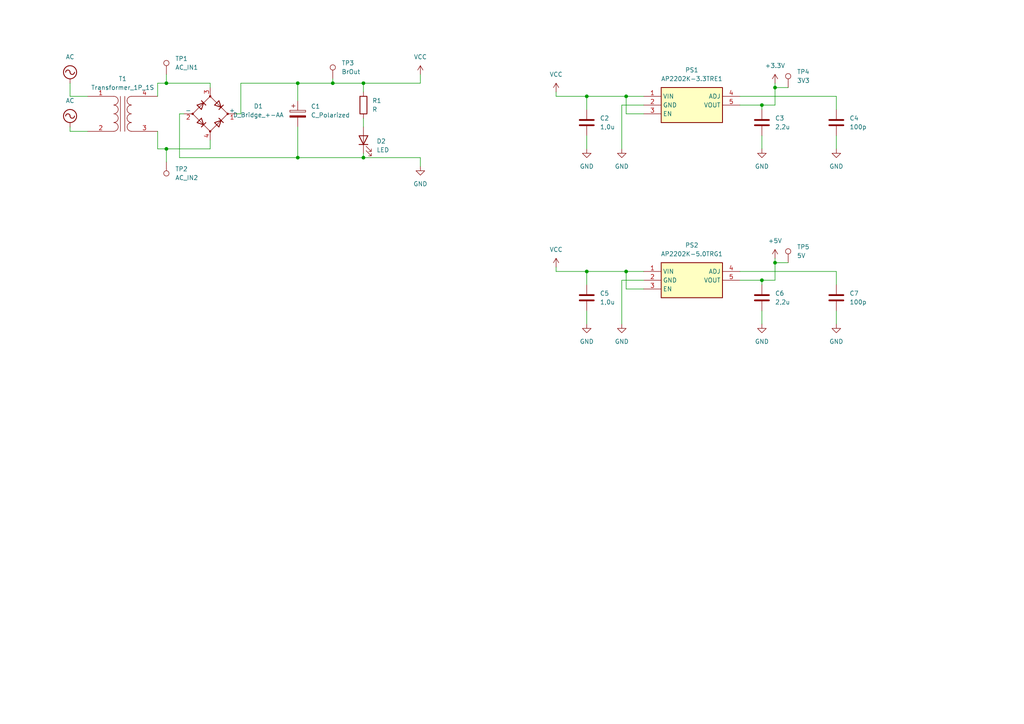
<source format=kicad_sch>
(kicad_sch (version 20230121) (generator eeschema)
  (paper "A4")
  (lib_symbols
    (symbol "Connector:TestPoint" (pin_numbers hide) (pin_names (offset 0.762) hide)
      (property "Reference" "TP" (at 0 6.858 0))
      (property "Value" "TestPoint" (at 0 5.08 0))
      (symbol "TestPoint_0_1"
        (circle (center 0 3.302) (radius 0.762))
      )
      (symbol "TestPoint_1_1"
        (pin passive line (at 0 0 90) (length 2.54) (name "1") (number "1"))
      )
    )
    (symbol "Device:C" (pin_numbers hide) (pin_names (offset 0.254))
      (property "Reference" "C" (at 0.635 2.54 0))
      (property "Value" "C" (at 0.635 -2.54 0))
      (symbol "C_0_1"
        (polyline (pts (xy -2.032 -0.762) (xy 2.032 -0.762)) (stroke (width 0.508)))
        (polyline (pts (xy -2.032 0.762) (xy 2.032 0.762)) (stroke (width 0.508)))
      )
      (symbol "C_1_1"
        (pin passive line (at 0 3.81 270) (length 2.794) (name "~") (number "1"))
        (pin passive line (at 0 -3.81 90) (length 2.794) (name "~") (number "2"))
      )
    )
    (symbol "Device:C_Polarized" (pin_numbers hide) (pin_names (offset 0.254))
      (property "Reference" "C" (at 0.635 2.54 0))
      (property "Value" "C_Polarized" (at 0.635 -2.54 0))
      (symbol "C_Polarized_0_1"
        (rectangle (start -2.286 0.508) (end 2.286 1.016))
        (polyline (pts (xy -1.778 2.286) (xy -0.762 2.286)))
        (polyline (pts (xy -1.27 2.794) (xy -1.27 1.778)))
        (rectangle (start 2.286 -0.508) (end -2.286 -1.016) (fill (type outline)))
      )
      (symbol "C_Polarized_1_1"
        (pin passive line (at 0 3.81 270) (length 2.794) (name "~") (number "1"))
        (pin passive line (at 0 -3.81 90) (length 2.794) (name "~") (number "2"))
      )
    )
    (symbol "Device:D_Bridge_+-AA" (pin_names (offset 0))
      (property "Reference" "D" (at 2.54 6.985 0))
      (property "Value" "D_Bridge_+-AA" (at 2.54 5.08 0))
      (symbol "D_Bridge_+-AA_0_1"
        (circle (center -5.08 0) (radius 0.254) (fill (type outline)))
        (circle (center 0 -5.08) (radius 0.254) (fill (type outline)))
        (polyline (pts (xy -2.54 3.81) (xy -1.27 2.54)) (stroke (width 0.254)))
        (polyline (pts (xy -1.27 -2.54) (xy -2.54 -3.81)) (stroke (width 0.254)))
        (polyline (pts (xy 2.54 -1.27) (xy 3.81 -2.54)) (stroke (width 0.254)))
        (polyline (pts (xy 2.54 1.27) (xy 3.81 2.54)) (stroke (width 0.254)))
        (polyline (pts (xy -3.81 2.54) (xy -2.54 1.27) (xy -1.905 3.175) (xy -3.81 2.54)) (stroke (width 0.254)))
        (polyline (pts (xy -2.54 -1.27) (xy -3.81 -2.54) (xy -1.905 -3.175) (xy -2.54 -1.27)) (stroke (width 0.254)))
        (polyline (pts (xy 1.27 2.54) (xy 2.54 3.81) (xy 3.175 1.905) (xy 1.27 2.54)) (stroke (width 0.254)))
        (polyline (pts (xy 3.175 -1.905) (xy 1.27 -2.54) (xy 2.54 -3.81) (xy 3.175 -1.905)) (stroke (width 0.254)))
        (polyline (pts (xy -5.08 0) (xy 0 -5.08) (xy 5.08 0) (xy 0 5.08) (xy -5.08 0)))
        (circle (center 0 5.08) (radius 0.254) (fill (type outline)))
        (circle (center 5.08 0) (radius 0.254) (fill (type outline)))
      )
      (symbol "D_Bridge_+-AA_1_1"
        (pin passive line (at 7.62 0 180) (length 2.54) (name "+") (number "1"))
        (pin passive line (at -7.62 0 0) (length 2.54) (name "-") (number "2"))
        (pin passive line (at 0 7.62 270) (length 2.54) (name "~") (number "3"))
        (pin passive line (at 0 -7.62 90) (length 2.54) (name "~") (number "4"))
      )
    )
    (symbol "Device:LED" (pin_numbers hide) (pin_names (offset 1.016) hide)
      (property "Reference" "D" (at 0 2.54 0))
      (property "Value" "LED" (at 0 -2.54 0))
      (symbol "LED_0_1"
        (polyline (pts (xy -1.27 -1.27) (xy -1.27 1.27)) (stroke (width 0.254)))
        (polyline (pts (xy -1.27 0) (xy 1.27 0)))
        (polyline (pts (xy 1.27 -1.27) (xy 1.27 1.27) (xy -1.27 0) (xy 1.27 -1.27)) (stroke (width 0.254)))
        (polyline (pts (xy -3.048 -0.762) (xy -4.572 -2.286) (xy -3.81 -2.286) (xy -4.572 -2.286) (xy -4.572 -1.524)))
        (polyline (pts (xy -1.778 -0.762) (xy -3.302 -2.286) (xy -2.54 -2.286) (xy -3.302 -2.286) (xy -3.302 -1.524)))
      )
      (symbol "LED_1_1"
        (pin passive line (at -3.81 0 0) (length 2.54) (name "K") (number "1"))
        (pin passive line (at 3.81 0 180) (length 2.54) (name "A") (number "2"))
      )
    )
    (symbol "Device:R" (pin_numbers hide) (pin_names (offset 0))
      (property "Reference" "R" (at 2.032 0 90))
      (property "Value" "R" (at 0 0 90))
      (symbol "R_0_1"
        (rectangle (start -1.016 -2.54) (end 1.016 2.54) (stroke (width 0.254)))
      )
      (symbol "R_1_1"
        (pin passive line (at 0 3.81 270) (length 1.27) (name "~") (number "1"))
        (pin passive line (at 0 -3.81 90) (length 1.27) (name "~") (number "2"))
      )
    )
    (symbol "Device:Transformer_1P_1S" (pin_names (offset 1.016) hide)
      (property "Reference" "T" (at 0 6.35 0))
      (property "Value" "Transformer_1P_1S" (at 0 -7.62 0))
      (symbol "Transformer_1P_1S_0_1"
        (arc (start -2.54 -5.0546) (mid -1.6599 -4.6901) (end -1.27 -3.81))
        (arc (start -2.54 -2.5146) (mid -1.6599 -2.1501) (end -1.27 -1.27))
        (arc (start -2.54 0.0254) (mid -1.6599 0.3899) (end -1.27 1.27))
        (arc (start -2.54 2.5654) (mid -1.6599 2.9299) (end -1.27 3.81))
        (arc (start -1.27 -3.81) (mid -1.642 -2.912) (end -2.54 -2.54))
        (arc (start -1.27 -1.27) (mid -1.642 -0.372) (end -2.54 0))
        (arc (start -1.27 1.27) (mid -1.642 2.168) (end -2.54 2.54))
        (arc (start -1.27 3.81) (mid -1.642 4.708) (end -2.54 5.08))
        (polyline (pts (xy -0.635 5.08) (xy -0.635 -5.08)))
        (polyline (pts (xy 0.635 -5.08) (xy 0.635 5.08)))
        (arc (start 1.2954 -1.27) (mid 1.6599 -2.1501) (end 2.54 -2.5146))
        (arc (start 1.2954 1.27) (mid 1.6599 0.3899) (end 2.54 0.0254))
        (arc (start 1.2954 3.81) (mid 1.6599 2.9299) (end 2.54 2.5654))
        (arc (start 1.3208 -3.81) (mid 1.6853 -4.6901) (end 2.5654 -5.0546))
        (arc (start 2.54 0) (mid 1.642 -0.372) (end 1.2954 -1.27))
        (arc (start 2.54 2.54) (mid 1.642 2.168) (end 1.2954 1.27))
        (arc (start 2.54 5.08) (mid 1.642 4.708) (end 1.2954 3.81))
        (arc (start 2.5654 -2.54) (mid 1.6674 -2.912) (end 1.3208 -3.81))
      )
      (symbol "Transformer_1P_1S_1_1"
        (pin passive line (at -10.16 5.08 0) (length 7.62) (name "AA") (number "1"))
        (pin passive line (at -10.16 -5.08 0) (length 7.62) (name "AB") (number "2"))
        (pin passive line (at 10.16 -5.08 180) (length 7.62) (name "SA") (number "3"))
        (pin passive line (at 10.16 5.08 180) (length 7.62) (name "SB") (number "4"))
      )
    )
    (symbol "LibLoader:AP2202K-ADJTRG1"
      (property "Reference" "PS" (at 24.13 7.62 0))
      (property "Value" "AP2202K-ADJTRG1" (at 24.13 5.08 0))
      (symbol "AP2202K-ADJTRG1_1_1"
        (rectangle (start 5.08 2.54) (end 22.86 -7.62) (stroke (width 0.254)) (fill (type background)))
        (pin power_in line (at 0 0 0) (length 5.08) (name "VIN") (number "1"))
        (pin power_in line (at 0 -2.54 0) (length 5.08) (name "GND") (number "2"))
        (pin input line (at 0 -5.08 0) (length 5.08) (name "EN") (number "3"))
        (pin bidirectional line (at 27.94 0 180) (length 5.08) (name "ADJ") (number "4"))
        (pin power_in line (at 27.94 -2.54 180) (length 5.08) (name "VOUT") (number "5"))
      )
    )
    (symbol "power:+3.3V" (power) (pin_names (offset 0))
      (property "Value" "+3.3V" (at 0 3.556 0))
      (symbol "+3.3V_0_1"
        (polyline (pts (xy -0.762 1.27) (xy 0 2.54)))
        (polyline (pts (xy 0 0) (xy 0 2.54)))
        (polyline (pts (xy 0 2.54) (xy 0.762 1.27)))
      )
      (symbol "+3.3V_1_1"
        (pin power_in line (at 0 0 90) (length 0) hide (name "+3.3V") (number "1"))
      )
    )
    (symbol "power:+5V" (power) (pin_names (offset 0))
      (property "Value" "+5V" (at 0 3.556 0))
      (symbol "+5V_0_1"
        (polyline (pts (xy -0.762 1.27) (xy 0 2.54)))
        (polyline (pts (xy 0 0) (xy 0 2.54)))
        (polyline (pts (xy 0 2.54) (xy 0.762 1.27)))
      )
      (symbol "+5V_1_1"
        (pin power_in line (at 0 0 90) (length 0) hide (name "+5V") (number "1"))
      )
    )
    (symbol "power:AC" (power) (pin_names (offset 0))
      (property "Value" "AC" (at 0 6.35 0))
      (symbol "AC_0_1"
        (polyline (pts (xy 0 0) (xy 0 1.27)))
        (arc (start 0 3.175) (mid -0.635 3.8073) (end -1.27 3.175) (stroke (width 0.254)))
        (arc (start 0 3.175) (mid 0.635 2.5427) (end 1.27 3.175) (stroke (width 0.254)))
        (circle (center 0 3.175) (radius 1.905) (stroke (width 0.254)))
      )
      (symbol "AC_1_1"
        (pin power_in line (at 0 0 90) (length 0) hide (name "AC") (number "1"))
      )
    )
    (symbol "power:GND" (power) (pin_names (offset 0))
      (property "Value" "GND" (at 0 -3.81 0))
      (symbol "GND_0_1"
        (polyline (pts (xy 0 0) (xy 0 -1.27) (xy 1.27 -1.27) (xy 0 -2.54) (xy -1.27 -1.27) (xy 0 -1.27)))
      )
      (symbol "GND_1_1"
        (pin power_in line (at 0 0 270) (length 0) hide (name "GND") (number "1"))
      )
    )
    (symbol "power:VCC" (power) (pin_names (offset 0))
      (property "Value" "VCC" (at 0 3.81 0))
      (symbol "VCC_0_1"
        (polyline (pts (xy -0.762 1.27) (xy 0 2.54)))
        (polyline (pts (xy 0 0) (xy 0 2.54)))
        (polyline (pts (xy 0 2.54) (xy 0.762 1.27)))
      )
      (symbol "VCC_1_1"
        (pin power_in line (at 0 0 90) (length 0) hide (name "VCC") (number "1"))
      )
    )
  )
  (junction (at 86.36 24.13))
  (junction (at 220.98 81.28))
  (junction (at 48.26 43.18))
  (junction (at 170.18 78.74))
  (junction (at 105.41 45.72))
  (junction (at 181.61 27.94))
  (junction (at 170.18 27.94))
  (junction (at 48.26 24.13))
  (junction (at 224.79 76.2))
  (junction (at 181.61 78.74))
  (junction (at 220.98 30.48))
  (junction (at 105.41 24.13))
  (junction (at 224.79 25.4))
  (junction (at 96.52 24.13))
  (junction (at 86.36 45.72))
  (wire (pts (xy 186.69 83.82) (xy 181.61 83.82)))
  (wire (pts (xy 20.32 38.1) (xy 20.32 36.83)))
  (wire (pts (xy 20.32 24.13) (xy 20.32 27.94)))
  (wire (pts (xy 86.36 45.72) (xy 105.41 45.72)))
  (wire (pts (xy 48.26 43.18) (xy 60.96 43.18)))
  (wire (pts (xy 45.72 24.13) (xy 48.26 24.13)))
  (wire (pts (xy 105.41 45.72) (xy 121.92 45.72)))
  (wire (pts (xy 220.98 30.48) (xy 220.98 31.75)))
  (wire (pts (xy 69.85 24.13) (xy 86.36 24.13)))
  (wire (pts (xy 121.92 24.13) (xy 121.92 21.59)))
  (wire (pts (xy 186.69 30.48) (xy 180.34 30.48)))
  (wire (pts (xy 48.26 21.59) (xy 48.26 24.13)))
  (wire (pts (xy 161.29 78.74) (xy 170.18 78.74)))
  (wire (pts (xy 121.92 45.72) (xy 121.92 48.26)))
  (wire (pts (xy 242.57 78.74) (xy 242.57 82.55)))
  (wire (pts (xy 220.98 30.48) (xy 224.79 30.48)))
  (wire (pts (xy 161.29 27.94) (xy 170.18 27.94)))
  (wire (pts (xy 25.4 38.1) (xy 20.32 38.1)))
  (wire (pts (xy 181.61 83.82) (xy 181.61 78.74)))
  (wire (pts (xy 96.52 24.13) (xy 105.41 24.13)))
  (wire (pts (xy 45.72 27.94) (xy 45.72 24.13)))
  (wire (pts (xy 214.63 27.94) (xy 242.57 27.94)))
  (wire (pts (xy 68.58 33.02) (xy 69.85 33.02)))
  (wire (pts (xy 170.18 90.17) (xy 170.18 93.98)))
  (wire (pts (xy 224.79 81.28) (xy 224.79 76.2)))
  (wire (pts (xy 180.34 30.48) (xy 180.34 43.18)))
  (wire (pts (xy 60.96 24.13) (xy 60.96 25.4)))
  (wire (pts (xy 86.36 24.13) (xy 96.52 24.13)))
  (wire (pts (xy 105.41 44.45) (xy 105.41 45.72)))
  (wire (pts (xy 170.18 78.74) (xy 181.61 78.74)))
  (wire (pts (xy 52.07 45.72) (xy 86.36 45.72)))
  (wire (pts (xy 224.79 25.4) (xy 224.79 24.13)))
  (wire (pts (xy 220.98 90.17) (xy 220.98 93.98)))
  (wire (pts (xy 186.69 33.02) (xy 181.61 33.02)))
  (wire (pts (xy 48.26 43.18) (xy 48.26 46.99)))
  (wire (pts (xy 53.34 33.02) (xy 52.07 33.02)))
  (wire (pts (xy 224.79 76.2) (xy 224.79 74.93)))
  (wire (pts (xy 45.72 43.18) (xy 48.26 43.18)))
  (wire (pts (xy 170.18 78.74) (xy 170.18 82.55)))
  (wire (pts (xy 170.18 27.94) (xy 181.61 27.94)))
  (wire (pts (xy 105.41 24.13) (xy 105.41 26.67)))
  (wire (pts (xy 224.79 76.2) (xy 228.6 76.2)))
  (wire (pts (xy 214.63 30.48) (xy 220.98 30.48)))
  (wire (pts (xy 86.36 45.72) (xy 86.36 36.83)))
  (wire (pts (xy 86.36 24.13) (xy 86.36 29.21)))
  (wire (pts (xy 48.26 24.13) (xy 60.96 24.13)))
  (wire (pts (xy 214.63 81.28) (xy 220.98 81.28)))
  (wire (pts (xy 220.98 81.28) (xy 224.79 81.28)))
  (wire (pts (xy 242.57 90.17) (xy 242.57 93.98)))
  (wire (pts (xy 161.29 26.67) (xy 161.29 27.94)))
  (wire (pts (xy 181.61 78.74) (xy 186.69 78.74)))
  (wire (pts (xy 96.52 22.86) (xy 96.52 24.13)))
  (wire (pts (xy 52.07 33.02) (xy 52.07 45.72)))
  (wire (pts (xy 220.98 39.37) (xy 220.98 43.18)))
  (wire (pts (xy 181.61 27.94) (xy 186.69 27.94)))
  (wire (pts (xy 60.96 43.18) (xy 60.96 40.64)))
  (wire (pts (xy 105.41 34.29) (xy 105.41 36.83)))
  (wire (pts (xy 186.69 81.28) (xy 180.34 81.28)))
  (wire (pts (xy 69.85 33.02) (xy 69.85 24.13)))
  (wire (pts (xy 170.18 27.94) (xy 170.18 31.75)))
  (wire (pts (xy 224.79 30.48) (xy 224.79 25.4)))
  (wire (pts (xy 214.63 78.74) (xy 242.57 78.74)))
  (wire (pts (xy 242.57 27.94) (xy 242.57 31.75)))
  (wire (pts (xy 170.18 39.37) (xy 170.18 43.18)))
  (wire (pts (xy 220.98 81.28) (xy 220.98 82.55)))
  (wire (pts (xy 105.41 24.13) (xy 121.92 24.13)))
  (wire (pts (xy 181.61 33.02) (xy 181.61 27.94)))
  (wire (pts (xy 45.72 38.1) (xy 45.72 43.18)))
  (wire (pts (xy 20.32 27.94) (xy 25.4 27.94)))
  (wire (pts (xy 180.34 81.28) (xy 180.34 93.98)))
  (wire (pts (xy 161.29 77.47) (xy 161.29 78.74)))
  (wire (pts (xy 242.57 39.37) (xy 242.57 43.18)))
  (wire (pts (xy 224.79 25.4) (xy 228.6 25.4)))
  (symbol (lib_id "power:VCC") (at 161.29 26.67 0) (unit 1)
    (property "Reference" "#PWR05" (effects hide))
    (property "Value" "VCC" (at 161.29 21.59 0))
  )
  (symbol (lib_id "power:+3.3V") (at 224.79 24.13 0) (unit 1)
    (property "Reference" "#PWR010" (effects hide))
    (property "Value" "+3.3V" (at 224.79 19.05 0))
  )
  (symbol (lib_id "power:GND") (at 220.98 43.18 0) (unit 1)
    (property "Reference" "#PWR06" (effects hide))
    (property "Value" "GND" (at 220.98 48.26 0))
  )
  (symbol (lib_id "Device:C") (at 170.18 86.36 0) (unit 1)
    (property "Reference" "C5" (at 173.99 85.09 0) (effects (justify left)))
    (property "Value" "1,0u" (at 173.99 87.63 0) (effects (justify left)))
  )
  (symbol (lib_id "Connector:TestPoint") (at 96.52 22.86 0) (unit 1)
    (property "Reference" "TP3" (at 99.06 18.288 0) (effects (justify left)))
    (property "Value" "BrOut" (at 99.06 20.828 0) (effects (justify left)))
  )
  (symbol (lib_id "power:GND") (at 180.34 93.98 0) (unit 1)
    (property "Reference" "#PWR013" (effects hide))
    (property "Value" "GND" (at 180.34 99.06 0))
  )
  (symbol (lib_id "Device:C") (at 220.98 35.56 0) (unit 1)
    (property "Reference" "C3" (at 224.79 34.29 0) (effects (justify left)))
    (property "Value" "2,2u" (at 224.79 36.83 0) (effects (justify left)))
  )
  (symbol (lib_id "Device:C") (at 170.18 35.56 0) (unit 1)
    (property "Reference" "C2" (at 173.99 34.29 0) (effects (justify left)))
    (property "Value" "1,0u" (at 173.99 36.83 0) (effects (justify left)))
  )
  (symbol (lib_id "Device:C_Polarized") (at 86.36 33.02 0) (unit 1)
    (property "Reference" "C1" (at 90.17 30.861 0) (effects (justify left)))
    (property "Value" "C_Polarized" (at 90.17 33.401 0) (effects (justify left)))
  )
  (symbol (lib_id "power:VCC") (at 161.29 77.47 0) (unit 1)
    (property "Reference" "#PWR011" (effects hide))
    (property "Value" "VCC" (at 161.29 72.39 0))
  )
  (symbol (lib_id "Device:D_Bridge_+-AA") (at 60.96 33.02 0) (unit 1)
    (property "Reference" "D1" (at 74.93 30.8041 0))
    (property "Value" "D_Bridge_+-AA" (at 74.93 33.3441 0))
  )
  (symbol (lib_id "LibLoader:AP2202K-ADJTRG1") (at 186.69 27.94 0) (unit 1)
    (property "Reference" "PS1" (at 200.66 20.32 0))
    (property "Value" "AP2202K-3.3TRE1" (at 200.66 22.86 0))
    (property "Footprint" "SOT95P280X145-5N" (effects hide))
    (property "Datasheet" "https://datasheet.datasheetarchive.com/originals/distributors/Datasheets_SAMA/e861ef6f8b654668a5f87b1391b432c9.pdf" (effects hide))
    (property "Height" "1.45" (effects hide))
    (property "Manufacturer_Name" "Diodes Inc." (effects hide))
    (property "Manufacturer_Part_Number" "AP2202K-ADJTRG1" (effects hide))
    (property "Mouser Part Number" "621-AP2202K-ADJTRG1" (effects hide))
    (property "Mouser Price/Stock" "https://www.mouser.co.uk/ProductDetail/Diodes-Incorporated/AP2202K-ADJTRG1?qs=x6A8l6qLYDCHGTWtscGpkA%3D%3D" (effects hide))
    (property "Arrow Part Number" "AP2202K-ADJTRG1" (effects hide))
    (property "Arrow Price/Stock" "https://www.arrow.com/en/products/ap2202k-adjtrg1/diodes-incorporated?region=nac" (effects hide))
  )
  (symbol (lib_id "power:GND") (at 242.57 93.98 0) (unit 1)
    (property "Reference" "#PWR015" (effects hide))
    (property "Value" "GND" (at 242.57 99.06 0))
  )
  (symbol (lib_id "power:GND") (at 242.57 43.18 0) (unit 1)
    (property "Reference" "#PWR07" (effects hide))
    (property "Value" "GND" (at 242.57 48.26 0))
  )
  (symbol (lib_id "power:GND") (at 170.18 43.18 0) (unit 1)
    (property "Reference" "#PWR08" (effects hide))
    (property "Value" "GND" (at 170.18 48.26 0))
  )
  (symbol (lib_id "Device:Transformer_1P_1S") (at 35.56 33.02 0) (unit 1)
    (property "Reference" "T1" (at 35.5727 22.86 0))
    (property "Value" "Transformer_1P_1S" (at 35.5727 25.4 0))
  )
  (symbol (lib_id "Device:C") (at 220.98 86.36 0) (unit 1)
    (property "Reference" "C6" (at 224.79 85.09 0) (effects (justify left)))
    (property "Value" "2,2u" (at 224.79 87.63 0) (effects (justify left)))
  )
  (symbol (lib_id "power:GND") (at 180.34 43.18 0) (unit 1)
    (property "Reference" "#PWR09" (effects hide))
    (property "Value" "GND" (at 180.34 48.26 0))
  )
  (symbol (lib_id "power:GND") (at 121.92 48.26 0) (unit 1)
    (property "Reference" "#PWR03" (effects hide))
    (property "Value" "GND" (at 121.92 53.34 0))
  )
  (symbol (lib_id "power:GND") (at 170.18 93.98 0) (unit 1)
    (property "Reference" "#PWR012" (effects hide))
    (property "Value" "GND" (at 170.18 99.06 0))
  )
  (symbol (lib_id "Device:C") (at 242.57 86.36 0) (unit 1)
    (property "Reference" "C7" (at 246.38 85.09 0) (effects (justify left)))
    (property "Value" "100p" (at 246.38 87.63 0) (effects (justify left)))
  )
  (symbol (lib_id "LibLoader:AP2202K-ADJTRG1") (at 186.69 78.74 0) (unit 1)
    (property "Reference" "PS2" (at 200.66 71.12 0))
    (property "Value" "AP2202K-5.0TRG1" (at 200.66 73.66 0))
    (property "Footprint" "SOT95P280X145-5N" (effects hide))
    (property "Datasheet" "https://datasheet.datasheetarchive.com/originals/distributors/Datasheets_SAMA/e861ef6f8b654668a5f87b1391b432c9.pdf" (effects hide))
    (property "Height" "1.45" (effects hide))
    (property "Manufacturer_Name" "Diodes Inc." (effects hide))
    (property "Manufacturer_Part_Number" "AP2202K-ADJTRG1" (effects hide))
    (property "Mouser Part Number" "621-AP2202K-ADJTRG1" (effects hide))
    (property "Mouser Price/Stock" "https://www.mouser.co.uk/ProductDetail/Diodes-Incorporated/AP2202K-ADJTRG1?qs=x6A8l6qLYDCHGTWtscGpkA%3D%3D" (effects hide))
    (property "Arrow Part Number" "AP2202K-ADJTRG1" (effects hide))
    (property "Arrow Price/Stock" "https://www.arrow.com/en/products/ap2202k-adjtrg1/diodes-incorporated?region=nac" (effects hide))
  )
  (symbol (lib_id "Connector:TestPoint") (at 228.6 76.2 0) (unit 1)
    (property "Reference" "TP5" (at 231.14 71.628 0) (effects (justify left)))
    (property "Value" "5V" (at 231.14 74.168 0) (effects (justify left)))
  )
  (symbol (lib_id "Connector:TestPoint") (at 48.26 21.59 0) (unit 1)
    (property "Reference" "TP1" (at 50.8 17.018 0) (effects (justify left)))
    (property "Value" "AC_IN1" (at 50.8 19.558 0) (effects (justify left)))
  )
  (symbol (lib_id "power:AC") (at 20.32 36.83 0) (unit 1)
    (property "Reference" "#PWR02" (effects hide))
    (property "Value" "AC" (at 20.32 29.21 0))
  )
  (symbol (lib_id "Device:LED") (at 105.41 40.64 90) (unit 1)
    (property "Reference" "D2" (at 109.22 40.9575 90) (effects (justify right)))
    (property "Value" "LED" (at 109.22 43.4975 90) (effects (justify right)))
  )
  (symbol (lib_id "Device:R") (at 105.41 30.48 0) (unit 1)
    (property "Reference" "R1" (at 107.95 29.21 0) (effects (justify left)))
    (property "Value" "R" (at 107.95 31.75 0) (effects (justify left)))
  )
  (symbol (lib_id "Connector:TestPoint") (at 48.26 46.99 180) (unit 1)
    (property "Reference" "TP2" (at 50.8 49.022 0) (effects (justify right)))
    (property "Value" "AC_IN2" (at 50.8 51.562 0) (effects (justify right)))
  )
  (symbol (lib_id "Device:C") (at 242.57 35.56 0) (unit 1)
    (property "Reference" "C4" (at 246.38 34.29 0) (effects (justify left)))
    (property "Value" "100p" (at 246.38 36.83 0) (effects (justify left)))
  )
  (symbol (lib_id "power:+5V") (at 224.79 74.93 0) (unit 1)
    (property "Reference" "#PWR016" (effects hide))
    (property "Value" "+5V" (at 224.79 69.85 0))
  )
  (symbol (lib_id "power:AC") (at 20.32 24.13 0) (unit 1)
    (property "Reference" "#PWR01" (effects hide))
    (property "Value" "AC" (at 20.32 16.51 0))
  )
  (symbol (lib_id "power:VCC") (at 121.92 21.59 0) (unit 1)
    (property "Reference" "#PWR04" (effects hide))
    (property "Value" "VCC" (at 121.92 16.51 0))
  )
  (symbol (lib_id "Connector:TestPoint") (at 228.6 25.4 0) (unit 1)
    (property "Reference" "TP4" (at 231.14 20.828 0) (effects (justify left)))
    (property "Value" "3V3" (at 231.14 23.368 0) (effects (justify left)))
  )
  (symbol (lib_id "power:GND") (at 220.98 93.98 0) (unit 1)
    (property "Reference" "#PWR014" (effects hide))
    (property "Value" "GND" (at 220.98 99.06 0))
  )
)
</source>
